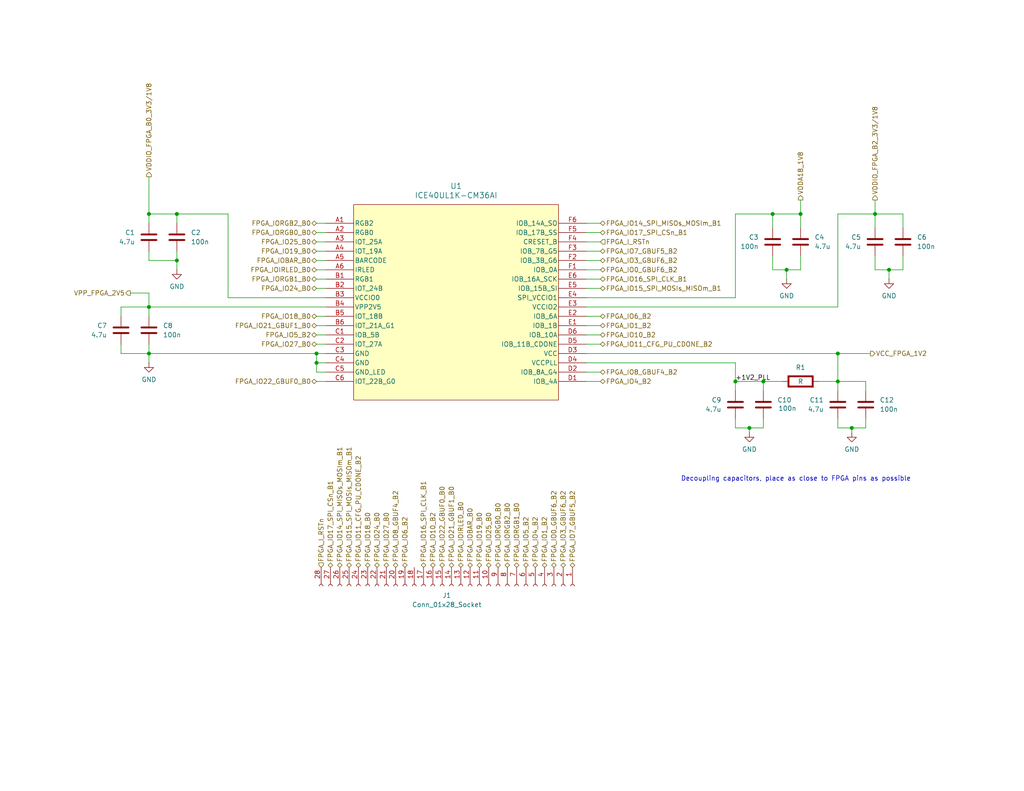
<source format=kicad_sch>
(kicad_sch (version 20250114) (generator "eeschema") (generator_version "9.0")
  (paper "USLetter")
  (lib_symbols
    (symbol "Connector:Conn_01x28_Socket" (pin_names (offset 1.016) (hide yes))
      (property "Reference" "J" (at 0 35.56 0))
      (property "Value" "Conn_01x28_Socket" (at 0 -38.1 0))
      (symbol "Conn_01x28_Socket_1_1"
        (polyline (pts (xy -1.27 33.02) (xy -0.508 33.02)) (stroke (width 0.1524)))
        (polyline (pts (xy -1.27 30.48) (xy -0.508 30.48)) (stroke (width 0.1524)))
        (polyline (pts (xy -1.27 27.94) (xy -0.508 27.94)) (stroke (width 0.1524)))
        (polyline (pts (xy -1.27 25.4) (xy -0.508 25.4)) (stroke (width 0.1524)))
        (polyline (pts (xy -1.27 22.86) (xy -0.508 22.86)) (stroke (width 0.1524)))
        (polyline (pts (xy -1.27 20.32) (xy -0.508 20.32)) (stroke (width 0.1524)))
        (polyline (pts (xy -1.27 17.78) (xy -0.508 17.78)) (stroke (width 0.1524)))
        (polyline (pts (xy -1.27 15.24) (xy -0.508 15.24)) (stroke (width 0.1524)))
        (polyline (pts (xy -1.27 12.7) (xy -0.508 12.7)) (stroke (width 0.1524)))
        (polyline (pts (xy -1.27 10.16) (xy -0.508 10.16)) (stroke (width 0.1524)))
        (polyline (pts (xy -1.27 7.62) (xy -0.508 7.62)) (stroke (width 0.1524)))
        (polyline (pts (xy -1.27 5.08) (xy -0.508 5.08)) (stroke (width 0.1524)))
        (polyline (pts (xy -1.27 2.54) (xy -0.508 2.54)) (stroke (width 0.1524)))
        (polyline (pts (xy -1.27 0) (xy -0.508 0)) (stroke (width 0.1524)))
        (polyline (pts (xy -1.27 -2.54) (xy -0.508 -2.54)) (stroke (width 0.1524)))
        (polyline (pts (xy -1.27 -5.08) (xy -0.508 -5.08)) (stroke (width 0.1524)))
        (polyline (pts (xy -1.27 -7.62) (xy -0.508 -7.62)) (stroke (width 0.1524)))
        (polyline (pts (xy -1.27 -10.16) (xy -0.508 -10.16)) (stroke (width 0.1524)))
        (polyline (pts (xy -1.27 -12.7) (xy -0.508 -12.7)) (stroke (width 0.1524)))
        (polyline (pts (xy -1.27 -15.24) (xy -0.508 -15.24)) (stroke (width 0.1524)))
        (polyline (pts (xy -1.27 -17.78) (xy -0.508 -17.78)) (stroke (width 0.1524)))
        (polyline (pts (xy -1.27 -20.32) (xy -0.508 -20.32)) (stroke (width 0.1524)))
        (polyline (pts (xy -1.27 -22.86) (xy -0.508 -22.86)) (stroke (width 0.1524)))
        (polyline (pts (xy -1.27 -25.4) (xy -0.508 -25.4)) (stroke (width 0.1524)))
        (polyline (pts (xy -1.27 -27.94) (xy -0.508 -27.94)) (stroke (width 0.1524)))
        (polyline (pts (xy -1.27 -30.48) (xy -0.508 -30.48)) (stroke (width 0.1524)))
        (polyline (pts (xy -1.27 -33.02) (xy -0.508 -33.02)) (stroke (width 0.1524)))
        (polyline (pts (xy -1.27 -35.56) (xy -0.508 -35.56)) (stroke (width 0.1524)))
        (arc (start 0 32.512) (mid -0.5058 33.02) (end 0 33.528) (stroke (width 0.1524)))
        (arc (start 0 29.972) (mid -0.5058 30.48) (end 0 30.988) (stroke (width 0.1524)))
        (arc (start 0 27.432) (mid -0.5058 27.94) (end 0 28.448) (stroke (width 0.1524)))
        (arc (start 0 24.892) (mid -0.5058 25.4) (end 0 25.908) (stroke (width 0.1524)))
        (arc (start 0 22.352) (mid -0.5058 22.86) (end 0 23.368) (stroke (width 0.1524)))
        (arc (start 0 19.812) (mid -0.5058 20.32) (end 0 20.828) (stroke (width 0.1524)))
        (arc (start 0 17.272) (mid -0.5058 17.78) (end 0 18.288) (stroke (width 0.1524)))
        (arc (start 0 14.732) (mid -0.5058 15.24) (end 0 15.748) (stroke (width 0.1524)))
        (arc (start 0 12.192) (mid -0.5058 12.7) (end 0 13.208) (stroke (width 0.1524)))
        (arc (start 0 9.652) (mid -0.5058 10.16) (end 0 10.668) (stroke (width 0.1524)))
        (arc (start 0 7.112) (mid -0.5058 7.62) (end 0 8.128) (stroke (width 0.1524)))
        (arc (start 0 4.572) (mid -0.5058 5.08) (end 0 5.588) (stroke (width 0.1524)))
        (arc (start 0 2.032) (mid -0.5058 2.54) (end 0 3.048) (stroke (width 0.1524)))
        (arc (start 0 -0.508) (mid -0.5058 0) (end 0 0.508) (stroke (width 0.1524)))
        (arc (start 0 -3.048) (mid -0.5058 -2.54) (end 0 -2.032) (stroke (width 0.1524)))
        (arc (start 0 -5.588) (mid -0.5058 -5.08) (end 0 -4.572) (stroke (width 0.1524)))
        (arc (start 0 -8.128) (mid -0.5058 -7.62) (end 0 -7.112) (stroke (width 0.1524)))
        (arc (start 0 -10.668) (mid -0.5058 -10.16) (end 0 -9.652) (stroke (width 0.1524)))
        (arc (start 0 -13.208) (mid -0.5058 -12.7) (end 0 -12.192) (stroke (width 0.1524)))
        (arc (start 0 -15.748) (mid -0.5058 -15.24) (end 0 -14.732) (stroke (width 0.1524)))
        (arc (start 0 -18.288) (mid -0.5058 -17.78) (end 0 -17.272) (stroke (width 0.1524)))
        (arc (start 0 -20.828) (mid -0.5058 -20.32) (end 0 -19.812) (stroke (width 0.1524)))
        (arc (start 0 -23.368) (mid -0.5058 -22.86) (end 0 -22.352) (stroke (width 0.1524)))
        (arc (start 0 -25.908) (mid -0.5058 -25.4) (end 0 -24.892) (stroke (width 0.1524)))
        (arc (start 0 -28.448) (mid -0.5058 -27.94) (end 0 -27.432) (stroke (width 0.1524)))
        (arc (start 0 -30.988) (mid -0.5058 -30.48) (end 0 -29.972) (stroke (width 0.1524)))
        (arc (start 0 -33.528) (mid -0.5058 -33.02) (end 0 -32.512) (stroke (width 0.1524)))
        (arc (start 0 -36.068) (mid -0.5058 -35.56) (end 0 -35.052) (stroke (width 0.1524)))
        (pin passive line (at -5.08 33.02 0) (length 3.81) (name "Pin_1") (number "1"))
        (pin passive line (at -5.08 30.48 0) (length 3.81) (name "Pin_2") (number "2"))
        (pin passive line (at -5.08 27.94 0) (length 3.81) (name "Pin_3") (number "3"))
        (pin passive line (at -5.08 25.4 0) (length 3.81) (name "Pin_4") (number "4"))
        (pin passive line (at -5.08 22.86 0) (length 3.81) (name "Pin_5") (number "5"))
        (pin passive line (at -5.08 20.32 0) (length 3.81) (name "Pin_6") (number "6"))
        (pin passive line (at -5.08 17.78 0) (length 3.81) (name "Pin_7") (number "7"))
        (pin passive line (at -5.08 15.24 0) (length 3.81) (name "Pin_8") (number "8"))
        (pin passive line (at -5.08 12.7 0) (length 3.81) (name "Pin_9") (number "9"))
        (pin passive line (at -5.08 10.16 0) (length 3.81) (name "Pin_10") (number "10"))
        (pin passive line (at -5.08 7.62 0) (length 3.81) (name "Pin_11") (number "11"))
        (pin passive line (at -5.08 5.08 0) (length 3.81) (name "Pin_12") (number "12"))
        (pin passive line (at -5.08 2.54 0) (length 3.81) (name "Pin_13") (number "13"))
        (pin passive line (at -5.08 0 0) (length 3.81) (name "Pin_14") (number "14"))
        (pin passive line (at -5.08 -2.54 0) (length 3.81) (name "Pin_15") (number "15"))
        (pin passive line (at -5.08 -5.08 0) (length 3.81) (name "Pin_16") (number "16"))
        (pin passive line (at -5.08 -7.62 0) (length 3.81) (name "Pin_17") (number "17"))
        (pin passive line (at -5.08 -10.16 0) (length 3.81) (name "Pin_18") (number "18"))
        (pin passive line (at -5.08 -12.7 0) (length 3.81) (name "Pin_19") (number "19"))
        (pin passive line (at -5.08 -15.24 0) (length 3.81) (name "Pin_20") (number "20"))
        (pin passive line (at -5.08 -17.78 0) (length 3.81) (name "Pin_21") (number "21"))
        (pin passive line (at -5.08 -20.32 0) (length 3.81) (name "Pin_22") (number "22"))
        (pin passive line (at -5.08 -22.86 0) (length 3.81) (name "Pin_23") (number "23"))
        (pin passive line (at -5.08 -25.4 0) (length 3.81) (name "Pin_24") (number "24"))
        (pin passive line (at -5.08 -27.94 0) (length 3.81) (name "Pin_25") (number "25"))
        (pin passive line (at -5.08 -30.48 0) (length 3.81) (name "Pin_26") (number "26"))
        (pin passive line (at -5.08 -33.02 0) (length 3.81) (name "Pin_27") (number "27"))
        (pin passive line (at -5.08 -35.56 0) (length 3.81) (name "Pin_28") (number "28"))
      )
    )
    (symbol "Device:C" (pin_numbers (hide yes)) (pin_names (offset 0.254))
      (property "Reference" "C" (at 0.635 2.54 0))
      (property "Value" "C" (at 0.635 -2.54 0))
      (symbol "C_0_1"
        (polyline (pts (xy -2.032 0.762) (xy 2.032 0.762)) (stroke (width 0.508)))
        (polyline (pts (xy -2.032 -0.762) (xy 2.032 -0.762)) (stroke (width 0.508)))
      )
      (symbol "C_1_1"
        (pin passive line (at 0 3.81 270) (length 2.794) (name "~") (number "1"))
        (pin passive line (at 0 -3.81 90) (length 2.794) (name "~") (number "2"))
      )
    )
    (symbol "PCM_Elektuur:R" (pin_numbers (hide yes)) (pin_names (offset 0) (hide yes))
      (property "Reference" "R" (at 2.54 3.175 0))
      (property "Value" "R" (at 0 0 90))
      (symbol "R_1_1"
        (polyline (pts (xy -1.524 -3.429) (xy 1.524 -3.429) (xy 1.524 3.429) (xy -1.524 3.429) (xy -1.524 -3.429) (xy -1.27 -3.175) (xy -1.27 3.175) (xy 1.27 3.175) (xy 1.27 -3.175) (xy -1.27 -3.175) (xy -1.524 -3.429)) (stroke (width 0.254)) (fill (type outline)))
        (pin passive line (at 0 5.08 270) (length 1.651) (name "+") (number "1"))
        (pin passive line (at 0 -5.08 90) (length 1.651) (name "-") (number "2"))
      )
      (symbol "R_1_2"
        (polyline (pts (xy -0.508 -3.429) (xy 1.524 -3.429) (xy 1.524 3.429) (xy -0.508 3.429) (xy -0.508 3.175) (xy 1.27 3.175) (xy 1.27 -3.175) (xy -0.508 -3.175) (xy -0.508 -3.429)) (stroke (width 0.254)) (fill (type outline)))
        (pin passive line (at 0 5.08 270) (length 1.651) (name "+") (number "1"))
        (pin passive line (at 0 -5.08 90) (length 1.651) (name "-") (number "2"))
      )
      (symbol "R_1_3"
        (polyline (pts (xy 0 3.4798) (xy 0 3.2004) (xy 0.7112 2.794) (xy -1.1938 1.6764) (xy 0.7112 0.5588) (xy -1.1938 -0.5588) (xy 0.7112 -1.6764) (xy -1.1938 -2.794) (xy 0 -3.4798) (xy 0 -3.2004) (xy -0.7112 -2.794) (xy 1.1938 -1.6764) (xy -0.7112 -0.5588) (xy 1.1938 0.5588) (xy -0.7112 1.6764) (xy 1.1938 2.794) (xy 0 3.4798)) (stroke (width 0.254)) (fill (type outline)))
        (pin passive line (at 0 5.08 270) (length 1.6002) (name "+") (number "1"))
        (pin passive line (at 0 -5.08 90) (length 1.6002) (name "-") (number "2"))
      )
      (symbol "R_1_4"
        (polyline (pts (xy 0 4.5466) (xy 0 4.2672) (xy 0.0508 4.2418) (xy 1.016 3.683) (xy -1.524 2.2098) (xy 1.016 0.7366) (xy -1.524 -0.7366) (xy 1.016 -2.2098) (xy -1.524 -3.683) (xy -0.0762 -4.5212) (xy 0 -4.5466) (xy 0 -4.2672) (xy -0.0508 -4.2418) (xy -1.016 -3.683) (xy 1.524 -2.2098) (xy -1.016 -0.7366) (xy 1.524 0.7366) (xy -1.016 2.2098) (xy 1.524 3.683) (xy 0.0762 4.5212) (xy 0 4.5466)) (stroke (width 0.254)) (fill (type outline)))
        (pin passive line (at 0 5.08 270) (length 0.5334) (name "+") (number "1"))
        (pin passive line (at 0 -5.08 90) (length 0.5334) (name "-") (number "2"))
      )
    )
    (symbol "custom:ICE40UL1K-CM36AI" (pin_names (offset 0.254))
      (property "Reference" "U1" (at 35.56 10.16 0))
      (property "Value" "ICE40UL1K-CM36AI" (at 35.56 7.62 0))
      (symbol "ICE40UL1K-CM36AI_0_1"
        (pin bidirectional line (at 0 0 0) (length 7.62) (name "RGB2") (number "A1"))
        (pin bidirectional line (at 0 -2.54 0) (length 7.62) (name "RGB0") (number "A2"))
        (pin bidirectional line (at 0 -5.08 0) (length 7.62) (name "IOT_25A") (number "A3"))
        (pin bidirectional line (at 0 -7.62 0) (length 7.62) (name "IOT_19A") (number "A4"))
        (pin unspecified line (at 0 -10.16 0) (length 7.62) (name "BARCODE") (number "A5"))
        (pin unspecified line (at 0 -12.7 0) (length 7.62) (name "IRLED") (number "A6"))
        (pin bidirectional line (at 0 -15.24 0) (length 7.62) (name "RGB1") (number "B1"))
        (pin bidirectional line (at 0 -17.78 0) (length 7.62) (name "IOT_24B") (number "B2"))
        (pin power_in line (at 0 -20.32 0) (length 7.62) (name "VCCIO0") (number "B3"))
        (pin power_in line (at 0 -22.86 0) (length 7.62) (name "VPP2V5") (number "B4"))
        (pin bidirectional line (at 0 -25.4 0) (length 7.62) (name "IOT_18B") (number "B5"))
        (pin bidirectional line (at 0 -27.94 0) (length 7.62) (name "IOT_21A_G1") (number "B6"))
        (pin bidirectional line (at 0 -30.48 0) (length 7.62) (name "IOB_5B") (number "C1"))
        (pin bidirectional line (at 0 -33.02 0) (length 7.62) (name "IOT_27A") (number "C2"))
        (pin power_out line (at 0 -35.56 0) (length 7.62) (name "GND") (number "C3"))
        (pin power_out line (at 0 -38.1 0) (length 7.62) (name "GND") (number "C4"))
        (pin power_out line (at 0 -40.64 0) (length 7.62) (name "GND_LED") (number "C5"))
        (pin bidirectional line (at 0 -43.18 0) (length 7.62) (name "IOT_22B_G0") (number "C6"))
        (pin bidirectional line (at 71.12 0 180) (length 7.62) (name "IOB_14A_SO") (number "F6"))
        (pin bidirectional line (at 71.12 -2.54 180) (length 7.62) (name "IOB_17B_SS") (number "F5"))
        (pin unspecified line (at 71.12 -5.08 180) (length 7.62) (name "CRESET_B") (number "F4"))
        (pin bidirectional line (at 71.12 -7.62 180) (length 7.62) (name "IOB_7B_G5") (number "F3"))
        (pin bidirectional line (at 71.12 -10.16 180) (length 7.62) (name "IOB_3B_G6") (number "F2"))
        (pin bidirectional line (at 71.12 -12.7 180) (length 7.62) (name "IOB_0A") (number "F1"))
        (pin bidirectional line (at 71.12 -15.24 180) (length 7.62) (name "IOB_16A_SCK") (number "E6"))
        (pin bidirectional line (at 71.12 -17.78 180) (length 7.62) (name "IOB_15B_SI") (number "E5"))
        (pin power_in line (at 71.12 -20.32 180) (length 7.62) (name "SPI_VCCIO1") (number "E4"))
        (pin power_in line (at 71.12 -22.86 180) (length 7.62) (name "VCCIO2") (number "E3"))
        (pin bidirectional line (at 71.12 -25.4 180) (length 7.62) (name "IOB_6A") (number "E2"))
        (pin bidirectional line (at 71.12 -27.94 180) (length 7.62) (name "IOB_1B") (number "E1"))
        (pin bidirectional line (at 71.12 -30.48 180) (length 7.62) (name "IOB_10A") (number "D6"))
        (pin bidirectional line (at 71.12 -33.02 180) (length 7.62) (name "IOB_11B_CDONE") (number "D5"))
        (pin power_in line (at 71.12 -35.56 180) (length 7.62) (name "VCC") (number "D3"))
        (pin power_in line (at 71.12 -38.1 180) (length 7.62) (name "VCCPLL") (number "D4"))
        (pin bidirectional line (at 71.12 -40.64 180) (length 7.62) (name "IOB_8A_G4") (number "D2"))
        (pin bidirectional line (at 71.12 -43.18 180) (length 7.62) (name "IOB_4A") (number "D1"))
      )
      (symbol "ICE40UL1K-CM36AI_1_1"
        (rectangle (start 7.62 5.08) (end 63.5 -48.26) (fill (type background)))
      )
    )
    (symbol "power:GND" (power) (pin_numbers (hide yes)) (pin_names (offset 0) (hide yes))
      (property "Value" "GND" (at 0 -3.81 0))
      (symbol "GND_0_1"
        (polyline (pts (xy 0 0) (xy 0 -1.27) (xy 1.27 -1.27) (xy 0 -2.54) (xy -1.27 -1.27) (xy 0 -1.27)))
      )
      (symbol "GND_1_1"
        (pin power_in line (at 0 0 270) (length 0) (name "~") (number "1"))
      )
    )
  )
  (text "Decoupling capacitors, place as close to FPGA pins as possible\n" (at 217.17 130.81 0) (effects (font (size 1.27 1.27))))
  (junction (at 86.36 96.52))
  (junction (at 48.26 71.12))
  (junction (at 210.82 58.42))
  (junction (at 40.64 96.52))
  (junction (at 48.26 58.42))
  (junction (at 200.66 104.14))
  (junction (at 214.63 73.66))
  (junction (at 218.44 58.42))
  (junction (at 208.28 104.14))
  (junction (at 40.64 58.42))
  (junction (at 232.41 116.84))
  (junction (at 238.76 58.42))
  (junction (at 40.64 83.82))
  (junction (at 86.36 99.06))
  (junction (at 228.6 96.52))
  (junction (at 228.6 104.14))
  (junction (at 204.47 116.84))
  (junction (at 242.57 73.66))
  (wire (pts (xy 210.82 58.42) (xy 218.44 58.42)))
  (wire (pts (xy 40.64 80.01) (xy 35.56 80.01)))
  (wire (pts (xy 40.64 71.12) (xy 40.64 68.58)))
  (wire (pts (xy 232.41 116.84) (xy 232.41 118.11)))
  (wire (pts (xy 33.02 83.82) (xy 33.02 86.36)))
  (wire (pts (xy 163.83 66.04) (xy 160.02 66.04)))
  (wire (pts (xy 40.64 93.98) (xy 40.64 96.52)))
  (wire (pts (xy 40.64 58.42) (xy 48.26 58.42)))
  (wire (pts (xy 40.64 83.82) (xy 40.64 86.36)))
  (wire (pts (xy 218.44 69.85) (xy 218.44 73.66)))
  (wire (pts (xy 208.28 104.14) (xy 208.28 106.68)))
  (wire (pts (xy 86.36 104.14) (xy 88.9 104.14)))
  (wire (pts (xy 232.41 116.84) (xy 236.22 116.84)))
  (wire (pts (xy 242.57 73.66) (xy 242.57 76.2)))
  (wire (pts (xy 228.6 104.14) (xy 236.22 104.14)))
  (wire (pts (xy 200.66 114.3) (xy 200.66 116.84)))
  (wire (pts (xy 208.28 104.14) (xy 213.36 104.14)))
  (wire (pts (xy 88.9 91.44) (xy 86.36 91.44)))
  (wire (pts (xy 160.02 63.5) (xy 163.83 63.5)))
  (wire (pts (xy 48.26 71.12) (xy 48.26 73.66)))
  (wire (pts (xy 88.9 71.12) (xy 86.36 71.12)))
  (wire (pts (xy 86.36 96.52) (xy 88.9 96.52)))
  (wire (pts (xy 238.76 58.42) (xy 228.6 58.42)))
  (wire (pts (xy 204.47 116.84) (xy 208.28 116.84)))
  (wire (pts (xy 88.9 63.5) (xy 86.36 63.5)))
  (wire (pts (xy 48.26 68.58) (xy 48.26 71.12)))
  (wire (pts (xy 238.76 69.85) (xy 238.76 73.66)))
  (wire (pts (xy 214.63 73.66) (xy 214.63 76.2)))
  (wire (pts (xy 88.9 88.9) (xy 86.36 88.9)))
  (wire (pts (xy 218.44 58.42) (xy 218.44 62.23)))
  (wire (pts (xy 228.6 58.42) (xy 228.6 83.82)))
  (wire (pts (xy 160.02 96.52) (xy 228.6 96.52)))
  (wire (pts (xy 88.9 60.96) (xy 86.36 60.96)))
  (wire (pts (xy 86.36 101.6) (xy 86.36 99.06)))
  (wire (pts (xy 208.28 116.84) (xy 208.28 114.3)))
  (wire (pts (xy 242.57 73.66) (xy 238.76 73.66)))
  (wire (pts (xy 228.6 96.52) (xy 228.6 104.14)))
  (wire (pts (xy 40.64 83.82) (xy 88.9 83.82)))
  (wire (pts (xy 40.64 71.12) (xy 48.26 71.12)))
  (wire (pts (xy 160.02 101.6) (xy 163.83 101.6)))
  (wire (pts (xy 246.38 58.42) (xy 246.38 62.23)))
  (wire (pts (xy 88.9 76.2) (xy 86.36 76.2)))
  (wire (pts (xy 160.02 99.06) (xy 200.66 99.06)))
  (wire (pts (xy 48.26 58.42) (xy 62.23 58.42)))
  (wire (pts (xy 238.76 54.61) (xy 238.76 58.42)))
  (wire (pts (xy 40.64 48.26) (xy 40.64 58.42)))
  (wire (pts (xy 62.23 58.42) (xy 62.23 81.28)))
  (wire (pts (xy 200.66 106.68) (xy 200.66 104.14)))
  (wire (pts (xy 88.9 93.98) (xy 86.36 93.98)))
  (wire (pts (xy 204.47 116.84) (xy 204.47 118.11)))
  (wire (pts (xy 210.82 62.23) (xy 210.82 58.42)))
  (wire (pts (xy 218.44 73.66) (xy 214.63 73.66)))
  (wire (pts (xy 228.6 104.14) (xy 228.6 106.68)))
  (wire (pts (xy 236.22 116.84) (xy 236.22 114.3)))
  (wire (pts (xy 238.76 58.42) (xy 238.76 62.23)))
  (wire (pts (xy 160.02 81.28) (xy 200.66 81.28)))
  (wire (pts (xy 160.02 60.96) (xy 163.83 60.96)))
  (wire (pts (xy 48.26 58.42) (xy 48.26 60.96)))
  (wire (pts (xy 223.52 104.14) (xy 228.6 104.14)))
  (wire (pts (xy 200.66 116.84) (xy 204.47 116.84)))
  (wire (pts (xy 88.9 68.58) (xy 86.36 68.58)))
  (wire (pts (xy 160.02 68.58) (xy 163.83 68.58)))
  (wire (pts (xy 160.02 91.44) (xy 163.83 91.44)))
  (wire (pts (xy 200.66 99.06) (xy 200.66 104.14)))
  (wire (pts (xy 214.63 73.66) (xy 210.82 73.66)))
  (wire (pts (xy 246.38 69.85) (xy 246.38 73.66)))
  (wire (pts (xy 160.02 78.74) (xy 163.83 78.74)))
  (wire (pts (xy 40.64 96.52) (xy 86.36 96.52)))
  (wire (pts (xy 228.6 114.3) (xy 228.6 116.84)))
  (wire (pts (xy 210.82 69.85) (xy 210.82 73.66)))
  (wire (pts (xy 40.64 96.52) (xy 33.02 96.52)))
  (wire (pts (xy 237.49 96.52) (xy 228.6 96.52)))
  (wire (pts (xy 40.64 96.52) (xy 40.64 99.06)))
  (wire (pts (xy 86.36 99.06) (xy 86.36 96.52)))
  (wire (pts (xy 160.02 88.9) (xy 163.83 88.9)))
  (wire (pts (xy 40.64 80.01) (xy 40.64 83.82)))
  (wire (pts (xy 246.38 73.66) (xy 242.57 73.66)))
  (wire (pts (xy 86.36 99.06) (xy 88.9 99.06)))
  (wire (pts (xy 33.02 83.82) (xy 40.64 83.82)))
  (wire (pts (xy 160.02 76.2) (xy 163.83 76.2)))
  (wire (pts (xy 200.66 58.42) (xy 210.82 58.42)))
  (wire (pts (xy 88.9 81.28) (xy 62.23 81.28)))
  (wire (pts (xy 236.22 104.14) (xy 236.22 106.68)))
  (wire (pts (xy 160.02 93.98) (xy 163.83 93.98)))
  (wire (pts (xy 88.9 101.6) (xy 86.36 101.6)))
  (wire (pts (xy 200.66 104.14) (xy 208.28 104.14)))
  (wire (pts (xy 160.02 104.14) (xy 163.83 104.14)))
  (wire (pts (xy 88.9 73.66) (xy 86.36 73.66)))
  (wire (pts (xy 160.02 83.82) (xy 228.6 83.82)))
  (wire (pts (xy 88.9 78.74) (xy 86.36 78.74)))
  (wire (pts (xy 160.02 86.36) (xy 163.83 86.36)))
  (wire (pts (xy 88.9 66.04) (xy 86.36 66.04)))
  (wire (pts (xy 40.64 58.42) (xy 40.64 60.96)))
  (wire (pts (xy 238.76 58.42) (xy 246.38 58.42)))
  (wire (pts (xy 160.02 73.66) (xy 163.83 73.66)))
  (wire (pts (xy 88.9 86.36) (xy 86.36 86.36)))
  (wire (pts (xy 218.44 54.61) (xy 218.44 58.42)))
  (wire (pts (xy 160.02 71.12) (xy 163.83 71.12)))
  (wire (pts (xy 33.02 93.98) (xy 33.02 96.52)))
  (wire (pts (xy 228.6 116.84) (xy 232.41 116.84)))
  (wire (pts (xy 200.66 58.42) (xy 200.66 81.28)))
  (label "+1V2_PLL" (at 200.66 104.14 0))
  (hierarchical_label "FPGA_IO4_B2" (shape bidirectional) (at 163.83 104.14 0))
  (hierarchical_label "VDDIO_FPGA_B0_3V3{slash}1V8" (shape output) (at 40.64 48.26 90))
  (hierarchical_label "VDDIO_FPGA_B2_3V3{slash}1V8" (shape output) (at 238.76 54.61 90))
  (hierarchical_label "FPGA_IO15_SPI_MOSIs_MISOm_B1" (shape bidirectional) (at 163.83 78.74 0))
  (hierarchical_label "FPGA_IO5_B2" (shape bidirectional) (at 143.51 154.94 90))
  (hierarchical_label "FPGA_I_RSTn" (shape input) (at 163.83 66.04 0))
  (hierarchical_label "FPGA_IO16_SPI_CLK_B1" (shape bidirectional) (at 115.57 154.94 90))
  (hierarchical_label "FPGA_IO22_GBUF0_B0" (shape bidirectional) (at 86.36 104.14 180))
  (hierarchical_label "FPGA_IO7_GBUF5_B2" (shape bidirectional) (at 163.83 68.58 0))
  (hierarchical_label "FPGA_IO4_B2" (shape bidirectional) (at 146.05 154.94 90))
  (hierarchical_label "FPGA_IORGB0_B0" (shape bidirectional) (at 86.36 63.5 180))
  (hierarchical_label "FPGA_IO0_GBUF6_B2" (shape bidirectional) (at 151.13 154.94 90))
  (hierarchical_label "FPGA_IO1_B2" (shape bidirectional) (at 163.83 88.9 0))
  (hierarchical_label "FPGA_IOIRLED_B0" (shape bidirectional) (at 86.36 73.66 180))
  (hierarchical_label "FPGA_IORGB2_B0" (shape bidirectional) (at 86.36 60.96 180))
  (hierarchical_label "FPGA_IOIRLED_B0" (shape bidirectional) (at 125.73 154.94 90))
  (hierarchical_label "FPGA_IOBAR_B0" (shape bidirectional) (at 86.36 71.12 180))
  (hierarchical_label "FPGA_IO19_B0" (shape bidirectional) (at 86.36 68.58 180))
  (hierarchical_label "VPP_FPGA_2V5" (shape output) (at 35.56 80.01 180))
  (hierarchical_label "FPGA_IO8_GBUF4_B2" (shape bidirectional) (at 163.83 101.6 0))
  (hierarchical_label "FPGA_IO27_B0" (shape bidirectional) (at 86.36 93.98 180))
  (hierarchical_label "FPGA_IO19_B0" (shape bidirectional) (at 130.81 154.94 90))
  (hierarchical_label "FPGA_IO3_GBUF6_B2" (shape bidirectional) (at 163.83 71.12 0))
  (hierarchical_label "FPGA_IORGB1_B0" (shape bidirectional) (at 86.36 76.2 180))
  (hierarchical_label "FPGA_IO0_GBUF6_B2" (shape bidirectional) (at 163.83 73.66 0))
  (hierarchical_label "FPGA_IO17_SPI_CSn_B1" (shape bidirectional) (at 163.83 63.5 0))
  (hierarchical_label "FPGA_I_RSTn" (shape input) (at 87.63 154.94 90))
  (hierarchical_label "FPGA_IO16_SPI_CLK_B1" (shape bidirectional) (at 163.83 76.2 0))
  (hierarchical_label "FPGA_IO14_SPI_MISOs_MOSIm_B1" (shape bidirectional) (at 92.71 154.94 90))
  (hierarchical_label "FPGA_IO8_GBUF4_B2" (shape bidirectional) (at 107.95 154.94 90))
  (hierarchical_label "FPGA_IO10_B2" (shape bidirectional) (at 163.83 91.44 0))
  (hierarchical_label "FPGA_IO6_B2" (shape bidirectional) (at 110.49 154.94 90))
  (hierarchical_label "FPGA_IO14_SPI_MISOs_MOSIm_B1" (shape bidirectional) (at 163.83 60.96 0))
  (hierarchical_label "FPGA_IO24_B0" (shape bidirectional) (at 102.87 154.94 90))
  (hierarchical_label "FPGA_IO17_SPI_CSn_B1" (shape bidirectional) (at 90.17 154.94 90))
  (hierarchical_label "FPGA_IO18_B0" (shape bidirectional) (at 86.36 86.36 180))
  (hierarchical_label "VCC_FPGA_1V2" (shape output) (at 237.49 96.52 0))
  (hierarchical_label "FPGA_IO11_CFG_PU_CDONE_B2" (shape bidirectional) (at 97.79 154.94 90))
  (hierarchical_label "FPGA_IOBAR_B0" (shape bidirectional) (at 128.27 154.94 90))
  (hierarchical_label "FPGA_IORGB1_B0" (shape bidirectional) (at 140.97 154.94 90))
  (hierarchical_label "FPGA_IO18_B0" (shape bidirectional) (at 100.33 154.94 90))
  (hierarchical_label "FPGA_IO6_B2" (shape bidirectional) (at 163.83 86.36 0))
  (hierarchical_label "FPGA_IO21_GBUF1_B0" (shape bidirectional) (at 86.36 88.9 180))
  (hierarchical_label "FPGA_IO5_B2" (shape bidirectional) (at 86.36 91.44 180))
  (hierarchical_label "FPGA_IO1_B2" (shape bidirectional) (at 148.59 154.94 90))
  (hierarchical_label "FPGA_IO3_GBUF6_B2" (shape bidirectional) (at 153.67 154.94 90))
  (hierarchical_label "FPGA_IO21_GBUF1_B0" (shape bidirectional) (at 123.19 154.94 90))
  (hierarchical_label "FPGA_IORGB2_B0" (shape bidirectional) (at 138.43 154.94 90))
  (hierarchical_label "FPGA_IO11_CFG_PU_CDONE_B2" (shape bidirectional) (at 163.83 93.98 0))
  (hierarchical_label "VDDA18_1V8" (shape output) (at 218.44 54.61 90))
  (hierarchical_label "FPGA_IO15_SPI_MOSIs_MISOm_B1" (shape bidirectional) (at 95.25 154.94 90))
  (hierarchical_label "FPGA_IO22_GBUF0_B0" (shape bidirectional) (at 120.65 154.94 90))
  (hierarchical_label "FPGA_IO27_B0" (shape bidirectional) (at 105.41 154.94 90))
  (hierarchical_label "FPGA_IORGB0_B0" (shape bidirectional) (at 135.89 154.94 90))
  (hierarchical_label "FPGA_IO7_GBUF5_B2" (shape bidirectional) (at 156.21 154.94 90))
  (hierarchical_label "FPGA_IO10_B2" (shape bidirectional) (at 118.11 154.94 90))
  (hierarchical_label "FPGA_IO25_B0" (shape bidirectional) (at 133.35 154.94 90))
  (hierarchical_label "FPGA_IO24_B0" (shape bidirectional) (at 86.36 78.74 180))
  (hierarchical_label "FPGA_IO25_B0" (shape bidirectional) (at 86.36 66.04 180))
  (symbol (lib_id "Device:C") (at 238.76 66.04 0) (mirror x) (unit 1)
    (property "Reference" "C5" (at 234.95 64.7699 0) (effects (justify right)))
    (property "Value" "4.7u" (at 234.95 67.3099 0) (effects (justify right)))
    (property "Footprint" "Capacitor_SMD:C_0201_0603Metric" (effects (hide yes)))
    (property "Description" "Unpolarized capacitor" (effects (hide yes)))
  )
  (symbol (lib_id "power:GND") (at 40.64 99.06 0) (unit 1)
    (property "Reference" "#PWR05" (effects (hide yes)))
    (property "Value" "GND" (at 38.608 103.632 0) (effects (justify left)))
    (property "Description" "Power symbol creates a global label with name \"GND\" , ground" (effects (hide yes)))
  )
  (symbol (lib_id "Device:C") (at 40.64 64.77 0) (mirror x) (unit 1)
    (property "Reference" "C1" (at 36.83 63.4999 0) (effects (justify right)))
    (property "Value" "4.7u" (at 36.83 66.0399 0) (effects (justify right)))
    (property "Footprint" "Capacitor_SMD:C_0201_0603Metric" (effects (hide yes)))
    (property "Description" "Unpolarized capacitor" (effects (hide yes)))
  )
  (symbol (lib_id "power:GND") (at 204.47 118.11 0) (unit 1)
    (property "Reference" "#PWR07" (effects (hide yes)))
    (property "Value" "GND" (at 202.438 122.682 0) (effects (justify left)))
    (property "Description" "Power symbol creates a global label with name \"GND\" , ground" (effects (hide yes)))
  )
  (symbol (lib_id "PCM_Elektuur:R") (at 218.44 104.14 90) (unit 1)
    (property "Reference" "R1" (at 218.44 100.33 90))
    (property "Value" "R" (at 218.44 104.14 90))
    (property "Footprint" "Resistor_SMD:R_0201_0603Metric" (effects (hide yes)))
    (property "Description" "resistor" (effects (hide yes)))
    (property "Indicator" "+" (effects (hide yes)))
    (property "Rating" "W" (effects (hide yes)))
  )
  (symbol (lib_id "Device:C") (at 246.38 66.04 180) (unit 1)
    (property "Reference" "C6" (at 250.19 64.7699 0) (effects (justify right)))
    (property "Value" "100n" (at 250.19 67.3099 0) (effects (justify right)))
    (property "Footprint" "Capacitor_SMD:C_0201_0603Metric" (effects (hide yes)))
    (property "Description" "Unpolarized capacitor" (effects (hide yes)))
  )
  (symbol (lib_id "Connector:Conn_01x28_Socket") (at 123.19 160.02 270) (unit 1)
    (property "Reference" "J1" (at 121.92 162.56 90))
    (property "Value" "Conn_01x28_Socket" (at 121.92 165.1 90))
    (property "Footprint" "Connector_PinHeader_1.00mm:PinHeader_1x28_P1.00mm_Vertical_SMD_Pin1Right" (effects (hide yes)))
    (property "Description" "Generic connector, single row, 01x28, script generated" (effects (hide yes)))
  )
  (symbol (lib_id "power:GND") (at 242.57 76.2 0) (unit 1)
    (property "Reference" "#PWR03" (effects (hide yes)))
    (property "Value" "GND" (at 240.538 80.772 0) (effects (justify left)))
    (property "Description" "Power symbol creates a global label with name \"GND\" , ground" (effects (hide yes)))
  )
  (symbol (lib_id "Device:C") (at 228.6 110.49 0) (mirror x) (unit 1)
    (property "Reference" "C11" (at 224.79 109.2199 0) (effects (justify right)))
    (property "Value" "4.7u" (at 224.79 111.7599 0) (effects (justify right)))
    (property "Footprint" "Capacitor_SMD:C_0201_0603Metric" (effects (hide yes)))
    (property "Description" "Unpolarized capacitor" (effects (hide yes)))
  )
  (symbol (lib_id "power:GND") (at 232.41 118.11 0) (unit 1)
    (property "Reference" "#PWR08" (effects (hide yes)))
    (property "Value" "GND" (at 230.378 122.682 0) (effects (justify left)))
    (property "Description" "Power symbol creates a global label with name \"GND\" , ground" (effects (hide yes)))
  )
  (symbol (lib_id "custom:ICE40UL1K-CM36AI") (at 88.9 60.96 0) (unit 1)
    (property "Reference" "U1" (at 124.46 50.8 0) (effects (font (size 1.524 1.524))))
    (property "Value" "ICE40UL1K-CM36AI" (at 124.46 53.34 0) (effects (font (size 1.524 1.524))))
    (property "Footprint" "drone:ucfBGA36_iCE40Ultra_LAT" (effects (hide yes)))
    (property "Datasheet" "http://www.latticesemi.com/view_document?document_id=47779" (effects (hide yes)))
    (property "Digikey Link" "https://www.digikey.ca/en/products/detail/lattice-semiconductor-corporation/ICE40UL1K-CM36AI/5129487" (effects (hide yes)))
  )
  (symbol (lib_id "Device:C") (at 33.02 90.17 0) (mirror x) (unit 1)
    (property "Reference" "C7" (at 29.21 88.8999 0) (effects (justify right)))
    (property "Value" "4.7u" (at 29.21 91.4399 0) (effects (justify right)))
    (property "Footprint" "Capacitor_SMD:C_0201_0603Metric" (effects (hide yes)))
    (property "Description" "Unpolarized capacitor" (effects (hide yes)))
  )
  (symbol (lib_id "Device:C") (at 210.82 66.04 0) (mirror x) (unit 1)
    (property "Reference" "C3" (at 207.01 64.7699 0) (effects (justify right)))
    (property "Value" "100n" (at 207.01 67.3099 0) (effects (justify right)))
    (property "Footprint" "Capacitor_SMD:C_0201_0603Metric" (effects (hide yes)))
    (property "Description" "Unpolarized capacitor" (effects (hide yes)))
  )
  (symbol (lib_id "Device:C") (at 40.64 90.17 180) (unit 1)
    (property "Reference" "C8" (at 44.45 88.8999 0) (effects (justify right)))
    (property "Value" "100n" (at 44.45 91.4399 0) (effects (justify right)))
    (property "Footprint" "Capacitor_SMD:C_0201_0603Metric" (effects (hide yes)))
    (property "Description" "Unpolarized capacitor" (effects (hide yes)))
  )
  (symbol (lib_id "power:GND") (at 214.63 76.2 0) (unit 1)
    (property "Reference" "#PWR02" (effects (hide yes)))
    (property "Value" "GND" (at 212.598 80.772 0) (effects (justify left)))
    (property "Description" "Power symbol creates a global label with name \"GND\" , ground" (effects (hide yes)))
  )
  (symbol (lib_id "Device:C") (at 200.66 110.49 0) (mirror x) (unit 1)
    (property "Reference" "C9" (at 196.85 109.2199 0) (effects (justify right)))
    (property "Value" "4.7u" (at 196.85 111.7599 0) (effects (justify right)))
    (property "Footprint" "Capacitor_SMD:C_0201_0603Metric" (effects (hide yes)))
    (property "Description" "Unpolarized capacitor" (effects (hide yes)))
  )
  (symbol (lib_id "Device:C") (at 208.28 110.49 180) (unit 1)
    (property "Reference" "C10" (at 212.09 109.2199 0) (effects (justify right)))
    (property "Value" "100n" (at 212.344 111.506 0) (effects (justify right)))
    (property "Footprint" "Capacitor_SMD:C_0201_0603Metric" (effects (hide yes)))
    (property "Description" "Unpolarized capacitor" (effects (hide yes)))
  )
  (symbol (lib_id "power:GND") (at 48.26 73.66 0) (unit 1)
    (property "Reference" "#PWR01" (effects (hide yes)))
    (property "Value" "GND" (at 46.228 78.232 0) (effects (justify left)))
    (property "Description" "Power symbol creates a global label with name \"GND\" , ground" (effects (hide yes)))
  )
  (symbol (lib_id "Device:C") (at 236.22 110.49 180) (unit 1)
    (property "Reference" "C12" (at 240.03 109.2199 0) (effects (justify right)))
    (property "Value" "100n" (at 240.03 111.7599 0) (effects (justify right)))
    (property "Footprint" "Capacitor_SMD:C_0201_0603Metric" (effects (hide yes)))
    (property "Description" "Unpolarized capacitor" (effects (hide yes)))
  )
  (symbol (lib_id "Device:C") (at 218.44 66.04 180) (unit 1)
    (property "Reference" "C4" (at 222.25 64.77 0) (effects (justify right)))
    (property "Value" "4.7u" (at 222.25 67.31 0) (effects (justify right)))
    (property "Footprint" "Capacitor_SMD:C_0201_0603Metric" (effects (hide yes)))
    (property "Description" "Unpolarized capacitor" (effects (hide yes)))
  )
  (symbol (lib_id "Device:C") (at 48.26 64.77 180) (unit 1)
    (property "Reference" "C2" (at 52.07 63.4999 0) (effects (justify right)))
    (property "Value" "100n" (at 52.07 66.0399 0) (effects (justify right)))
    (property "Footprint" "Capacitor_SMD:C_0201_0603Metric" (effects (hide yes)))
    (property "Description" "Unpolarized capacitor" (effects (hide yes)))
  )
)
</source>
